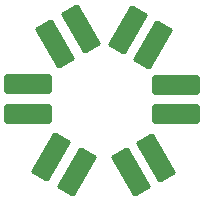
<source format=gbr>
%TF.GenerationSoftware,KiCad,Pcbnew,8.0.1*%
%TF.CreationDate,2024-03-26T23:53:37-06:00*%
%TF.ProjectId,Led_Board,4c65645f-426f-4617-9264-2e6b69636164,rev?*%
%TF.SameCoordinates,Original*%
%TF.FileFunction,Paste,Bot*%
%TF.FilePolarity,Positive*%
%FSLAX46Y46*%
G04 Gerber Fmt 4.6, Leading zero omitted, Abs format (unit mm)*
G04 Created by KiCad (PCBNEW 8.0.1) date 2024-03-26 23:53:37*
%MOMM*%
%LPD*%
G01*
G04 APERTURE LIST*
G04 Aperture macros list*
%AMRoundRect*
0 Rectangle with rounded corners*
0 $1 Rounding radius*
0 $2 $3 $4 $5 $6 $7 $8 $9 X,Y pos of 4 corners*
0 Add a 4 corners polygon primitive as box body*
4,1,4,$2,$3,$4,$5,$6,$7,$8,$9,$2,$3,0*
0 Add four circle primitives for the rounded corners*
1,1,$1+$1,$2,$3*
1,1,$1+$1,$4,$5*
1,1,$1+$1,$6,$7*
1,1,$1+$1,$8,$9*
0 Add four rect primitives between the rounded corners*
20,1,$1+$1,$2,$3,$4,$5,0*
20,1,$1+$1,$4,$5,$6,$7,0*
20,1,$1+$1,$6,$7,$8,$9,0*
20,1,$1+$1,$8,$9,$2,$3,0*%
G04 Aperture macros list end*
%ADD10RoundRect,0.170000X0.326103X-1.924826X1.503897X-1.244826X-0.326103X1.924826X-1.503897X1.244826X0*%
%ADD11RoundRect,0.170000X-1.830000X0.680000X-1.830000X-0.680000X1.830000X-0.680000X1.830000X0.680000X0*%
%ADD12RoundRect,0.170000X-0.326103X1.924826X-1.503897X1.244826X0.326103X-1.924826X1.503897X-1.244826X0*%
%ADD13RoundRect,0.170000X1.503897X1.244826X0.326103X1.924826X-1.503897X-1.244826X-0.326103X-1.924826X0*%
%ADD14RoundRect,0.170000X1.830000X-0.680000X1.830000X0.680000X-1.830000X0.680000X-1.830000X-0.680000X0*%
%ADD15RoundRect,0.170000X-1.503897X-1.244826X-0.326103X-1.924826X1.503897X1.244826X0.326103X1.924826X0*%
G04 APERTURE END LIST*
D10*
%TO.C,LED5*%
X151774834Y-85996585D03*
X149609770Y-87246585D03*
%TD*%
D11*
%TO.C,LED1*%
X140969415Y-79792584D03*
X140969415Y-82292584D03*
%TD*%
D12*
%TO.C,LED2*%
X143247615Y-76376799D03*
X145412679Y-75126799D03*
%TD*%
D13*
%TO.C,LED3*%
X149362179Y-75192256D03*
X151527243Y-76442256D03*
%TD*%
D14*
%TO.C,LED4*%
X153444988Y-82339092D03*
X153444988Y-79839092D03*
%TD*%
D15*
%TO.C,LED6*%
X142883293Y-85949873D03*
X145048357Y-87199873D03*
%TD*%
M02*

</source>
